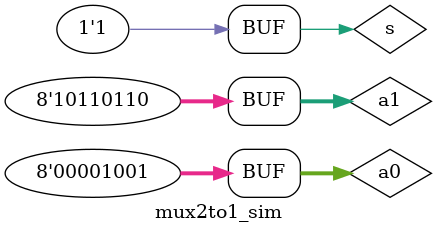
<source format=v>
`timescale 1ns / 1ps

module mux2to1_sim(   );
    // input 
reg [7:0] a0=8'b00001001;
reg [7:0] a1=8'b10110110;
reg  s = 0;
//outbut
wire [7:0] q;
mux2to1 #(8) u(a0,a1,s,q);    // ÊµÀý»¯ÓëÃÅµÄÊ±ºò£¬Éè¶¨¿í¶ÈÎª1

initial begin
#300  s=1;
end
endmodule

</source>
